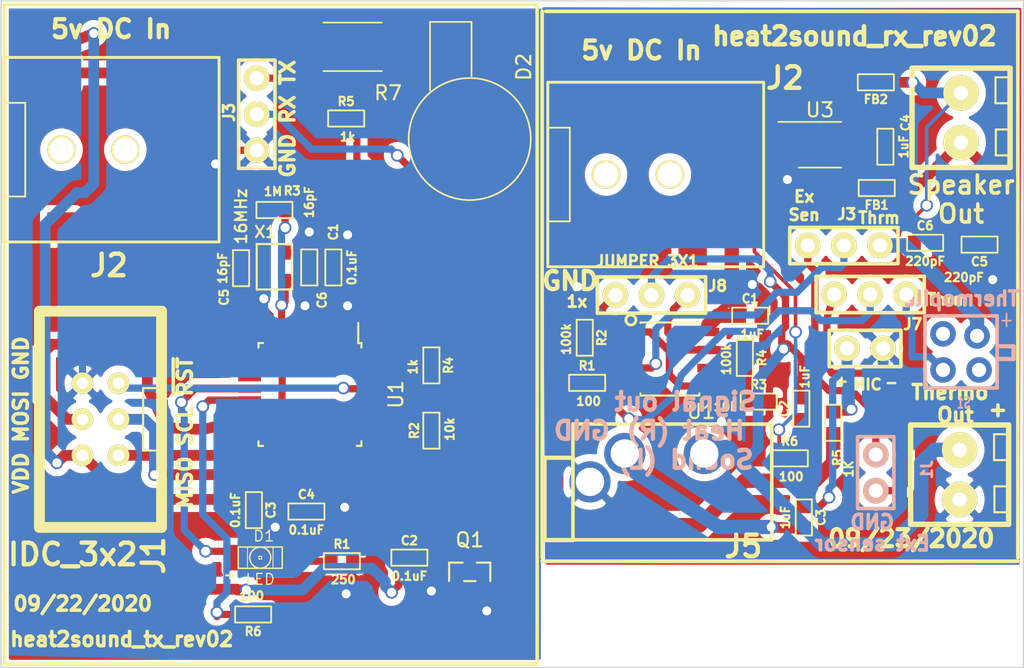
<source format=kicad_pcb>
(kicad_pcb (version 20171130) (host pcbnew 5.1.5-52549c5~86~ubuntu18.04.1)
  (title_block (date "12 jun 2010"))
  (layers (0 Component signal) (31 Copper signal) (34 B.Paste user) (35 F.Paste user) (36 B.SilkS user) (37 F.SilkS user) (38 B.Mask user) (39 F.Mask user) (44 Edge.Cuts user))
  (net 0 "")
  (net 1 GND)
  (net 2 +5V)
  (net 3 "Net-(C4-Pad1)")
  (net 4 "Net-(D1-Pad2)")
  (net 5 "Net-(D1-Pad1)")
  (net 6 "Net-(D2-Pad1)")
  (net 7 "Net-(D2-Pad2)")
  (net 8 MOSI)
  (net 9 ~RESET)
  (net 10 SCLK)
  (net 11 MISO)
  (net 12 "Net-(J3-Pad2)")
  (net 13 "Net-(J3-Pad3)")
  (net 14 "Net-(Q1-Pad1)")
  (net 15 RX)
  (net 16 TX)
  (net 17 PulseOut)
  (net 18 "Net-(C5-Pad1)")
  (net 19 "Net-(C6-Pad1)")
  (net 20 "Net-(C2-Pad2)")
  (net 21 "Net-(C2-Pad1)")
  (net 22 "Net-(C3-Pad2)")
  (net 23 "Net-(C3-Pad1)")
  (net 24 "Net-(FB1-Pad2)")
  (net 25 "Net-(FB2-Pad2)")
  (net 26 "Net-(J1-Pad2)")
  (net 27 "Net-(R3-Pad1)")
  (net 28 "Net-(R6-Pad1)")
  (net 29 +5v)
  (net 30 "Net-(J1-Pad1)")
  (net 31 "Net-(J7-Pad3)")
  (net 32 "Net-(J7-Pad2)")
  (net 33 "Net-(J8-Pad3)")
  (net 34 "Net-(J8-Pad1)")
  (net 35 "Net-(R1-Pad1)")
  (module ted_connectors:TED_IDC_3x2 (layer Component) (at 84 127.5 90)
    (fp_text reference J1 (at -9.6 3.725 90) (layer F.SilkS) (effects (font (size 1.524 1.524) (thickness 0.3048))))
    (fp_text value IDC_3x2 (at -9.525 -1.95 180) (layer F.SilkS) (effects (font (size 1.524 1.524) (thickness 0.3048))))
    (pad 2 thru_hole circle (at -2.54 -1.27 90) (size 1.524 1.524) (drill 0.8128) (layers *.Cu *.Mask F.SilkS) (net 2 +5V))
    (pad 4 thru_hole circle (at 0 -1.27 90) (size 1.524 1.524) (drill 0.8128) (layers *.Cu *.Mask F.SilkS) (net 8 MOSI))
    (pad 6 thru_hole circle (at 2.54 -1.27 90) (size 1.524 1.524) (drill 0.8128) (layers *.Cu *.Mask F.SilkS) (net 1 GND))
    (pad 5 thru_hole circle (at 2.54 1.27 90) (size 1.524 1.524) (drill 0.8128) (layers *.Cu *.Mask F.SilkS) (net 9 ~RESET))
    (pad 3 thru_hole circle (at 0 1.27 90) (size 1.524 1.524) (drill 0.8128) (layers *.Cu *.Mask F.SilkS) (net 10 SCLK))
    (pad 1 thru_hole circle (at -2.54 1.27 90) (size 1.524 1.524) (drill 0.8128) (layers *.Cu *.Mask F.SilkS) (net 11 MISO))
  )
  (module ted_capacitors:TED_SM0603_C (layer Component) (at 93.9 116.84816 270)
    (fp_text reference C5 (at 2.05184 1.2 90) (layer F.SilkS) (effects (font (size 0.6 0.6))))
    (fp_text value 16pF (at 0 1.3 90) (layer F.SilkS) (effects (font (size 0.6 0.6))))
    (pad 1 smd rect (at -0.75184 0 270) (size 0.9 1) (layers Component F.Paste F.Mask) (net 18 "Net-(C5-Pad1)") (clearance 0.1))
    (pad 2 smd rect (at 0.75184 0 270) (size 0.89916 1.00076) (layers Component F.Paste F.Mask) (net 1 GND) (clearance 0.1))
  )
  (module ted_ICs:TQFP-32_7x7mm_Pitch0.8mm (layer Component) (at 98.75 125.75 270)
    (fp_text reference U1 (at 0 -6.05 90) (layer F.SilkS))
    (fp_text value ATMEGA328P-AU)
    (pad 32 smd rect (at -2.8 -4.25) (size 1.6 0.55) (layers Component F.Paste F.Mask))
    (pad 31 smd rect (at -2 -4.25) (size 1.6 0.55) (layers Component F.Paste F.Mask) (net 16 TX))
    (pad 30 smd rect (at -1.2 -4.25) (size 1.6 0.55) (layers Component F.Paste F.Mask) (net 15 RX))
    (pad 29 smd rect (at -0.4 -4.25) (size 1.6 0.55) (layers Component F.Paste F.Mask) (net 9 ~RESET))
    (pad 28 smd rect (at 0.4 -4.25) (size 1.6 0.55) (layers Component F.Paste F.Mask))
    (pad 27 smd rect (at 1.2 -4.25) (size 1.6 0.55) (layers Component F.Paste F.Mask))
    (pad 26 smd rect (at 2 -4.25) (size 1.6 0.55) (layers Component F.Paste F.Mask))
    (pad 25 smd rect (at 2.8 -4.25) (size 1.6 0.55) (layers Component F.Paste F.Mask))
    (pad 24 smd rect (at 4.25 -2.8 270) (size 1.6 0.55) (layers Component F.Paste F.Mask))
    (pad 23 smd rect (at 4.25 -2 270) (size 1.6 0.55) (layers Component F.Paste F.Mask))
    (pad 22 smd rect (at 4.25 -1.2 270) (size 1.6 0.55) (layers Component F.Paste F.Mask))
    (pad 21 smd rect (at 4.25 -0.4 270) (size 1.6 0.55) (layers Component F.Paste F.Mask) (net 1 GND))
    (pad 20 smd rect (at 4.25 0.4 270) (size 1.6 0.55) (layers Component F.Paste F.Mask) (net 3 "Net-(C4-Pad1)"))
    (pad 19 smd rect (at 4.25 1.2 270) (size 1.6 0.55) (layers Component F.Paste F.Mask))
    (pad 18 smd rect (at 4.25 2 270) (size 1.6 0.55) (layers Component F.Paste F.Mask) (net 2 +5V))
    (pad 17 smd rect (at 4.25 2.8 270) (size 1.6 0.55) (layers Component F.Paste F.Mask) (net 10 SCLK))
    (pad 16 smd rect (at 2.8 4.25) (size 1.6 0.55) (layers Component F.Paste F.Mask) (net 11 MISO))
    (pad 15 smd rect (at 2 4.25) (size 1.6 0.55) (layers Component F.Paste F.Mask) (net 8 MOSI))
    (pad 14 smd rect (at 1.2 4.25) (size 1.6 0.55) (layers Component F.Paste F.Mask))
    (pad 13 smd rect (at 0.4 4.25) (size 1.6 0.55) (layers Component F.Paste F.Mask) (net 17 PulseOut))
    (pad 12 smd rect (at -0.4 4.25) (size 1.6 0.55) (layers Component F.Paste F.Mask) (net 5 "Net-(D1-Pad1)"))
    (pad 11 smd rect (at -1.2 4.25) (size 1.6 0.55) (layers Component F.Paste F.Mask))
    (pad 10 smd rect (at -2 4.25) (size 1.6 0.55) (layers Component F.Paste F.Mask))
    (pad 9 smd rect (at -2.8 4.25) (size 1.6 0.55) (layers Component F.Paste F.Mask))
    (pad 8 smd rect (at -4.25 2.8 270) (size 1.6 0.55) (layers Component F.Paste F.Mask) (net 18 "Net-(C5-Pad1)"))
    (pad 7 smd rect (at -4.25 2 270) (size 1.6 0.55) (layers Component F.Paste F.Mask) (net 19 "Net-(C6-Pad1)"))
    (pad 6 smd rect (at -4.25 1.2 270) (size 1.6 0.55) (layers Component F.Paste F.Mask) (net 2 +5V))
    (pad 5 smd rect (at -4.25 0.4 270) (size 1.6 0.55) (layers Component F.Paste F.Mask) (net 1 GND))
    (pad 4 smd rect (at -4.25 -0.4 270) (size 1.6 0.55) (layers Component F.Paste F.Mask) (net 2 +5V))
    (pad 3 smd rect (at -4.25 -1.2 270) (size 1.6 0.55) (layers Component F.Paste F.Mask) (net 1 GND))
    (pad 2 smd rect (at -4.25 -2 270) (size 1.6 0.55) (layers Component F.Paste F.Mask))
    (pad 1 smd rect (at -4.25 -2.8 270) (size 1.6 0.55) (layers Component F.Paste F.Mask))
  )
  (module ted_crystals:crystal_TSX3225 (layer Component) (at 96.25 116.75 90)
    (fp_text reference X1 (at 2.45 -0.65 180) (layer F.SilkS) (effects (font (size 0.8 0.8))))
    (fp_text value 16MHz (at 3.55 -2.35 90) (layer F.SilkS) (effects (font (size 0.8 0.8))))
    (pad 3 smd rect (at 1 -0.75 90) (size 1 0.8) (layers Component F.Paste F.Mask) (net 18 "Net-(C5-Pad1)"))
    (pad 4 smd rect (at -1 -0.75 90) (size 1 0.8) (layers Component F.Paste F.Mask) (net 1 GND))
    (pad 2 smd rect (at 1 0.75 90) (size 1 0.8) (layers Component F.Paste F.Mask) (net 1 GND))
    (pad 1 smd rect (at -1 0.75 90) (size 1 0.8) (layers Component F.Paste F.Mask) (net 19 "Net-(C6-Pad1)"))
  )
  (module ted_resistors:TED_R_2512_6332Metric (layer Component) (at 101.75 101.25)
    (fp_text reference R7 (at 2.5 3.25) (layer F.SilkS))
    (fp_text value 10)
    (pad 2 smd roundrect (at 2.9 0) (size 2 3.35) (layers Component F.Paste F.Mask) (roundrect_rratio 0.185) (net 6 "Net-(D2-Pad1)"))
    (pad 1 smd roundrect (at -2.9 0) (size 2 3.35) (layers Component F.Paste F.Mask) (roundrect_rratio 0.185) (net 2 +5V))
  )
  (module ted_resistors:TED_SM0603_R (layer Component) (at 94.75 141.25 180)
    (fp_text reference R6 (at 0 -1.2) (layer F.SilkS) (effects (font (size 0.6 0.6))))
    (fp_text value 100 (at 0.1 1.3) (layer F.SilkS) (effects (font (size 0.6 0.6))))
    (pad 1 smd rect (at -0.75184 0 180) (size 0.89916 1.00076) (layers Component F.Paste F.Mask) (net 14 "Net-(Q1-Pad1)") (clearance 0.1))
    (pad 2 smd rect (at 0.75184 0 180) (size 0.89916 1.00076) (layers Component F.Paste F.Mask) (net 17 PulseOut) (clearance 0.1))
  )
  (module ted_resistors:TED_SM0603_R (layer Component) (at 101.3 106.3)
    (fp_text reference R5 (at 0 -1.2) (layer F.SilkS) (effects (font (size 0.6 0.6))))
    (fp_text value 1k (at 0.1 1.3) (layer F.SilkS) (effects (font (size 0.6 0.6))))
    (pad 1 smd rect (at -0.75184 0) (size 0.89916 1.00076) (layers Component F.Paste F.Mask) (net 13 "Net-(J3-Pad3)") (clearance 0.1))
    (pad 2 smd rect (at 0.75184 0) (size 0.89916 1.00076) (layers Component F.Paste F.Mask) (net 16 TX) (clearance 0.1))
  )
  (module ted_resistors:TED_SM0603_R (layer Component) (at 107.3 123.7 270)
    (fp_text reference R4 (at 0 -1.2 90) (layer F.SilkS) (effects (font (size 0.6 0.6))))
    (fp_text value 1k (at 0.1 1.3 90) (layer F.SilkS) (effects (font (size 0.6 0.6))))
    (pad 1 smd rect (at -0.75184 0 270) (size 0.89916 1.00076) (layers Component F.Paste F.Mask) (net 12 "Net-(J3-Pad2)") (clearance 0.1))
    (pad 2 smd rect (at 0.75184 0 270) (size 0.89916 1.00076) (layers Component F.Paste F.Mask) (net 15 RX) (clearance 0.1))
  )
  (module ted_resistors:TED_SM0603_R (layer Component) (at 96.25 112.75 180)
    (fp_text reference R3 (at -1.25 1.35) (layer F.SilkS) (effects (font (size 0.6 0.6))))
    (fp_text value 1M (at 0.1 1.3) (layer F.SilkS) (effects (font (size 0.6 0.6))))
    (pad 1 smd rect (at -0.75184 0 180) (size 0.89916 1.00076) (layers Component F.Paste F.Mask) (net 19 "Net-(C6-Pad1)") (clearance 0.1))
    (pad 2 smd rect (at 0.75184 0 180) (size 0.89916 1.00076) (layers Component F.Paste F.Mask) (net 18 "Net-(C5-Pad1)") (clearance 0.1))
  )
  (module ted_resistors:TED_SM0603_R (layer Component) (at 107.3 128.3 90)
    (fp_text reference R2 (at 0 -1.2 90) (layer F.SilkS) (effects (font (size 0.6 0.6))))
    (fp_text value 10k (at 0.1 1.3 90) (layer F.SilkS) (effects (font (size 0.6 0.6))))
    (pad 1 smd rect (at -0.75184 0 90) (size 0.89916 1.00076) (layers Component F.Paste F.Mask) (net 2 +5V) (clearance 0.1))
    (pad 2 smd rect (at 0.75184 0 90) (size 0.89916 1.00076) (layers Component F.Paste F.Mask) (net 9 ~RESET) (clearance 0.1))
  )
  (module ted_resistors:TED_SM0603_R (layer Component) (at 101 137.5)
    (fp_text reference R1 (at 0 -1.2) (layer F.SilkS) (effects (font (size 0.6 0.6))))
    (fp_text value 250 (at 0.1 1.3) (layer F.SilkS) (effects (font (size 0.6 0.6))))
    (pad 1 smd rect (at -0.75184 0) (size 0.89916 1.00076) (layers Component F.Paste F.Mask) (net 4 "Net-(D1-Pad2)") (clearance 0.1))
    (pad 2 smd rect (at 0.75184 0) (size 0.89916 1.00076) (layers Component F.Paste F.Mask) (net 1 GND) (clearance 0.1))
  )
  (module ted_transistors:TED_SOT-23 (layer Component) (at 110 138.25)
    (fp_text reference Q1 (at 0 -2.25) (layer F.SilkS))
    (fp_text value NMOSFET_GSD hide)
    (pad 3 smd rect (at 0 -1) (size 0.8001 0.8001) (layers Component F.Paste F.Mask) (net 7 "Net-(D2-Pad2)"))
    (pad 2 smd rect (at 0.95 1) (size 0.8001 0.8001) (layers Component F.Paste F.Mask) (net 1 GND))
    (pad 1 smd rect (at -0.95 1) (size 0.8001 0.8001) (layers Component F.Paste F.Mask) (net 14 "Net-(Q1-Pad1)"))
  )
  (module ted_connectors:TED_HEADER_3x1 (layer Component) (at 95 106 90)
    (fp_text reference J3 (at 0.125 -1.95 90) (layer F.SilkS) (effects (font (size 0.762 0.762) (thickness 0.1905))))
    (fp_text value HEADER_3X1 hide)
    (pad 1 thru_hole circle (at -2.54 0 90) (size 1.8 1.8) (drill 1) (layers *.Cu *.Mask F.SilkS) (net 1 GND))
    (pad 2 thru_hole circle (at 0 0 90) (size 1.8 1.8) (drill 1) (layers *.Cu *.Mask F.SilkS) (net 12 "Net-(J3-Pad2)"))
    (pad 3 thru_hole circle (at 2.54 0 90) (size 1.8 1.8) (drill 1) (layers *.Cu *.Mask F.SilkS) (net 13 "Net-(J3-Pad3)"))
  )
  (module ted_connectors:TED_2.1mm_DC_SMD (layer Component) (at 84.75 108.5 180)
    (fp_text reference J2 (at 0.15748 -8.15848) (layer F.SilkS) (effects (font (size 1.524 1.524) (thickness 0.3048))))
    (fp_text value DC_2.1mm hide)
    (pad "" np_thru_hole circle (at 3.50012 0 180) (size 1.99898 1.99898) (drill 1.69926) (layers *.Cu *.Mask F.SilkS))
    (pad 3 smd rect (at -2.60096 -5.41528 180) (size 1.99898 1.99898) (layers Component F.Paste F.Mask))
    (pad 2 smd rect (at 3.50012 -5.41528 180) (size 1.99898 1.99898) (layers Component F.Paste F.Mask) (net 1 GND))
    (pad 1 smd rect (at -2.60096 5.4102 180) (size 1.99898 1.99898) (layers Component F.Paste F.Mask) (net 2 +5V))
    (pad 1 smd rect (at 3.50012 5.4102 180) (size 1.99898 1.99898) (layers Component F.Paste F.Mask) (net 2 +5V))
    (pad "" np_thru_hole circle (at -1.00076 0 180) (size 1.99898 1.99898) (drill 1.69926) (layers *.Cu *.Mask F.SilkS))
  )
  (module LED_SMD:LED_1W_3W_R8 (layer Component) (at 110 107.75 270)
    (fp_text reference D2 (at -5.08 -3.81 90) (layer F.SilkS))
    (fp_text value LED)
    (pad 3 smd circle (at 0 0 270) (size 5.7 5.7) (layers Component F.Paste F.Mask))
    (pad 1 smd rect (at -6.35 1.35 270) (size 3.5 2.7) (layers Component F.Paste F.Mask) (net 6 "Net-(D2-Pad1)"))
    (pad 2 smd rect (at 6.35 -1.35 270) (size 3.5 2.7) (layers Component F.Paste F.Mask) (net 7 "Net-(D2-Pad2)"))
  )
  (module ted_led:TED_LED-1206 (layer Component) (at 95.25 137.25)
    (fp_text reference D1 (at 0.254 -1.524) (layer F.SilkS) (effects (font (size 0.762 0.762) (thickness 0.0889))))
    (fp_text value LED (at 0 1.524) (layer F.SilkS) (effects (font (size 0.762 0.762) (thickness 0.0889))))
    (pad 2 smd rect (at 1.41986 0) (size 1.59766 1.80086) (layers Component F.Paste F.Mask) (net 4 "Net-(D1-Pad2)"))
    (pad 1 smd rect (at -1.41986 0) (size 1.59766 1.80086) (layers Component F.Paste F.Mask) (net 5 "Net-(D1-Pad1)"))
  )
  (module ted_capacitors:TED_SM0603_C (layer Component) (at 98.5 134)
    (fp_text reference C4 (at 0 -1.2) (layer F.SilkS) (effects (font (size 0.6 0.6))))
    (fp_text value 0.1uF (at 0 1.3) (layer F.SilkS) (effects (font (size 0.6 0.6))))
    (pad 1 smd rect (at -0.75184 0) (size 0.9 1) (layers Component F.Paste F.Mask) (net 3 "Net-(C4-Pad1)") (clearance 0.1))
    (pad 2 smd rect (at 0.75184 0) (size 0.89916 1.00076) (layers Component F.Paste F.Mask) (net 1 GND) (clearance 0.1))
  )
  (module ted_capacitors:TED_SM0603_C (layer Component) (at 94.8 133.9 270)
    (fp_text reference C3 (at 0 -1.2 90) (layer F.SilkS) (effects (font (size 0.6 0.6))))
    (fp_text value 0.1uF (at 0 1.3 90) (layer F.SilkS) (effects (font (size 0.6 0.6))))
    (pad 1 smd rect (at -0.75184 0 270) (size 0.9 1) (layers Component F.Paste F.Mask) (net 2 +5V) (clearance 0.1))
    (pad 2 smd rect (at 0.75184 0 270) (size 0.89916 1.00076) (layers Component F.Paste F.Mask) (net 1 GND) (clearance 0.1))
  )
  (module ted_capacitors:TED_SM0603_C (layer Component) (at 105.75 137.25)
    (fp_text reference C2 (at 0 -1.2) (layer F.SilkS) (effects (font (size 0.6 0.6))))
    (fp_text value 0.1uF (at 0 1.3) (layer F.SilkS) (effects (font (size 0.6 0.6))))
    (pad 1 smd rect (at -0.75184 0) (size 0.9 1) (layers Component F.Paste F.Mask) (net 2 +5V) (clearance 0.1))
    (pad 2 smd rect (at 0.75184 0) (size 0.89916 1.00076) (layers Component F.Paste F.Mask) (net 1 GND) (clearance 0.1))
  )
  (module ted_capacitors:TED_SM0603_C (layer Component) (at 100.4 116.8 90)
    (fp_text reference C1 (at 2.5 0 90) (layer F.SilkS) (effects (font (size 0.6 0.6))))
    (fp_text value 0.1uF (at 0 1.3 90) (layer F.SilkS) (effects (font (size 0.6 0.6))))
    (pad 1 smd rect (at -0.75184 0 90) (size 0.9 1) (layers Component F.Paste F.Mask) (net 2 +5V) (clearance 0.1))
    (pad 2 smd rect (at 0.75184 0 90) (size 0.89916 1.00076) (layers Component F.Paste F.Mask) (net 1 GND) (clearance 0.1))
  )
  (module ted_capacitors:TED_SM0603_C (layer Component) (at 98.7 116.8 90)
    (fp_text reference C6 (at -2.3 0.9 90) (layer F.SilkS) (effects (font (size 0.6 0.6))))
    (fp_text value 16pF (at 4.6 0 90) (layer F.SilkS) (effects (font (size 0.6 0.6))))
    (pad 2 smd rect (at 0.75184 0 90) (size 0.89916 1.00076) (layers Component F.Paste F.Mask) (net 1 GND) (clearance 0.1))
    (pad 1 smd rect (at -0.75184 0 90) (size 0.9 1) (layers Component F.Paste F.Mask) (net 19 "Net-(C6-Pad1)") (clearance 0.1))
  )
  (module ted_connectors:TED_3.5_Stereo_STX-3150-3N-1 (layer Component) (at 124.27 131.91)
    (fp_text reference J5 (at 5 4.55) (layer F.SilkS) (effects (font (size 1.524 1.524) (thickness 0.3048))))
    (fp_text value 3.5_STEREO hide)
    (pad 2 thru_hole circle (at 2.25 -2) (size 2.9 2.9) (drill 2) (layers *.Cu *.Mask) (net 20 "Net-(C2-Pad2)"))
    (pad 3 thru_hole circle (at -3.35 -2) (size 2.9 2.9) (drill 2) (layers *.Cu *.Mask) (net 22 "Net-(C3-Pad2)"))
    (pad 1 thru_hole circle (at -5.8 0) (size 2.9 2.9) (drill 2) (layers *.Cu *.Mask) (net 1 GND))
  )
  (module Package_SO:MSOP-8_3x3mm_P0.65mm (layer Component) (at 134.66 108.15)
    (fp_text reference U3 (at 0 -2.45) (layer F.SilkS))
    (fp_text value PAM8302A)
    (pad 1 smd roundrect (at -2.1125 -0.975) (size 1.625 0.5) (layers Component F.Paste F.Mask) (net 29 +5v))
    (pad 2 smd roundrect (at -2.1125 -0.325) (size 1.625 0.5) (layers Component F.Paste F.Mask))
    (pad 3 smd roundrect (at -2.1125 0.325) (size 1.625 0.5) (layers Component F.Paste F.Mask) (net 28 "Net-(R6-Pad1)"))
    (pad 4 smd roundrect (at -2.1125 0.975) (size 1.625 0.5) (layers Component F.Paste F.Mask) (net 1 GND))
    (pad 5 smd roundrect (at 2.1125 0.975) (size 1.625 0.5) (layers Component F.Paste F.Mask) (net 24 "Net-(FB1-Pad2)"))
    (pad 6 smd roundrect (at 2.1125 0.325) (size 1.625 0.5) (layers Component F.Paste F.Mask) (net 29 +5v))
    (pad 7 smd roundrect (at 2.1125 -0.325) (size 1.625 0.5) (layers Component F.Paste F.Mask))
    (pad 8 smd roundrect (at 2.1125 -0.975) (size 1.625 0.5) (layers Component F.Paste F.Mask) (net 25 "Net-(FB2-Pad2)"))
  )
  (module ted_connectors:TED_HEADER_2x1 (layer Component) (at 137.85 122.5)
    (fp_text reference U2 (at 0.2 -3.597) (layer F.SilkS) (effects (font (size 0.762 0.762) (thickness 0.1905))))
    (fp_text value MIC (at 0.15 2.55) (layer F.SilkS) (effects (font (size 0.762 0.762) (thickness 0.1905))))
    (pad 2 thru_hole circle (at 1.25984 0) (size 1.8 1.8) (drill 1) (layers *.Cu *.Mask F.SilkS) (net 1 GND))
    (pad 1 thru_hole circle (at -1.28016 0) (size 1.8 1.8) (drill 1) (layers *.Cu *.Mask F.SilkS) (net 23 "Net-(C3-Pad1)"))
  )
  (module ted_connectors:TED_HEADER_2x1 (layer Copper) (at 138.6 131.25 90)
    (fp_text reference J1 (at 0.2 3.597 90) (layer B.SilkS) (effects (font (size 0.762 0.762) (thickness 0.1905)) (justify mirror)))
    (fp_text value TERMINAL_3.5MM_PCB_2PIN hide)
    (pad 2 thru_hole circle (at 1.25984 0 90) (size 1.8 1.8) (drill 1) (layers *.Cu *.Mask B.SilkS) (net 26 "Net-(J1-Pad2)"))
    (pad 1 thru_hole circle (at -1.28016 0 90) (size 1.8 1.8) (drill 1) (layers *.Cu *.Mask B.SilkS) (net 30 "Net-(J1-Pad1)"))
  )
  (module ted_capacitors:TED_SM0603_C (layer Component) (at 129.75 120.2)
    (fp_text reference C1 (at 0 -1.2) (layer F.SilkS) (effects (font (size 0.6 0.6))))
    (fp_text value .1uF (at 0 1.3) (layer F.SilkS) (effects (font (size 0.6 0.6))))
    (pad 1 smd rect (at -0.75184 0) (size 0.9 1) (layers Component F.Paste F.Mask) (net 29 +5v) (clearance 0.1))
    (pad 2 smd rect (at 0.75184 0) (size 0.89916 1.00076) (layers Component F.Paste F.Mask) (net 1 GND) (clearance 0.1))
  )
  (module ted_capacitors:TED_SM0603_C (layer Component) (at 133.35 126.75 90)
    (fp_text reference C2 (at 0 -1.2 90) (layer F.SilkS) (effects (font (size 0.6 0.6))))
    (fp_text value 1uF (at 2.25 0.25 90) (layer F.SilkS) (effects (font (size 0.6 0.6))))
    (pad 2 smd rect (at 0.75184 0 90) (size 0.89916 1.00076) (layers Component F.Paste F.Mask) (net 20 "Net-(C2-Pad2)") (clearance 0.1))
    (pad 1 smd rect (at -0.75184 0 90) (size 0.9 1) (layers Component F.Paste F.Mask) (net 21 "Net-(C2-Pad1)") (clearance 0.1))
  )
  (module ted_capacitors:TED_SM0603_C (layer Component) (at 133.53 134.41816 270)
    (fp_text reference C3 (at 0 -1.2 90) (layer F.SilkS) (effects (font (size 0.6 0.6))))
    (fp_text value 1uF (at 0 1.3 90) (layer F.SilkS) (effects (font (size 0.6 0.6))))
    (pad 2 smd rect (at 0.75184 0 270) (size 0.89916 1.00076) (layers Component F.Paste F.Mask) (net 22 "Net-(C3-Pad2)") (clearance 0.1))
    (pad 1 smd rect (at -0.75184 0 270) (size 0.9 1) (layers Component F.Paste F.Mask) (net 23 "Net-(C3-Pad1)") (clearance 0.1))
  )
  (module ted_capacitors:TED_SM0603_C (layer Component) (at 139.27 108.29 90)
    (fp_text reference C4 (at 1.69 1.43 90) (layer F.SilkS) (effects (font (size 0.6 0.6))))
    (fp_text value 1uF (at 0 1.3 90) (layer F.SilkS) (effects (font (size 0.6 0.6))))
    (pad 1 smd rect (at -0.75184 0 90) (size 0.9 1) (layers Component F.Paste F.Mask) (net 29 +5v) (clearance 0.1))
    (pad 2 smd rect (at 0.75184 0 90) (size 0.89916 1.00076) (layers Component F.Paste F.Mask) (net 1 GND) (clearance 0.1))
  )
  (module ted_capacitors:TED_SM0603_C (layer Component) (at 145.90184 115.19 180)
    (fp_text reference C5 (at 0 -1.2) (layer F.SilkS) (effects (font (size 0.6 0.6))))
    (fp_text value 220pF (at 1.10184 -2.31) (layer F.SilkS) (effects (font (size 0.6 0.6))))
    (pad 2 smd rect (at 0.75184 0 180) (size 0.89916 1.00076) (layers Component F.Paste F.Mask) (net 1 GND) (clearance 0.1))
    (pad 1 smd rect (at -0.75184 0 180) (size 0.9 1) (layers Component F.Paste F.Mask) (net 18 "Net-(C5-Pad1)") (clearance 0.1))
  )
  (module ted_capacitors:TED_SM0603_C (layer Component) (at 142.07 115.06)
    (fp_text reference C6 (at 0 -1.2) (layer F.SilkS) (effects (font (size 0.6 0.6))))
    (fp_text value 220pF (at 0 1.3) (layer F.SilkS) (effects (font (size 0.6 0.6))))
    (pad 1 smd rect (at -0.75184 0) (size 0.9 1) (layers Component F.Paste F.Mask) (net 19 "Net-(C6-Pad1)") (clearance 0.1))
    (pad 2 smd rect (at 0.75184 0) (size 0.89916 1.00076) (layers Component F.Paste F.Mask) (net 1 GND) (clearance 0.1))
  )
  (module ted_resistors:TED_SM0603_R (layer Component) (at 138.66184 111.2 180)
    (fp_text reference FB1 (at 0 -1.2) (layer F.SilkS) (effects (font (size 0.6 0.6))))
    (fp_text value ferrite_bead hide)
    (pad 1 smd rect (at -0.75184 0 180) (size 0.89916 1.00076) (layers Component F.Paste F.Mask) (net 18 "Net-(C5-Pad1)") (clearance 0.1))
    (pad 2 smd rect (at 0.75184 0 180) (size 0.89916 1.00076) (layers Component F.Paste F.Mask) (net 24 "Net-(FB1-Pad2)") (clearance 0.1))
  )
  (module ted_resistors:TED_SM0603_R (layer Component) (at 138.60184 103.75 180)
    (fp_text reference FB2 (at 0 -1.2) (layer F.SilkS) (effects (font (size 0.6 0.6))))
    (fp_text value ferrite_bead hide)
    (pad 2 smd rect (at 0.75184 0 180) (size 0.89916 1.00076) (layers Component F.Paste F.Mask) (net 25 "Net-(FB2-Pad2)") (clearance 0.1))
    (pad 1 smd rect (at -0.75184 0 180) (size 0.89916 1.00076) (layers Component F.Paste F.Mask) (net 19 "Net-(C6-Pad1)") (clearance 0.1))
  )
  (module ted_connectors:TED_2.1mm_DC_SMD (layer Component) (at 123.1 110.25 180)
    (fp_text reference J2 (at -9.1 6.8) (layer F.SilkS) (effects (font (size 1.524 1.524) (thickness 0.3048))))
    (fp_text value DC_2.1mm hide)
    (pad "" np_thru_hole circle (at -1.00076 0 180) (size 1.99898 1.99898) (drill 1.69926) (layers *.Cu *.Mask F.SilkS))
    (pad 1 smd rect (at 3.50012 5.4102 180) (size 1.99898 1.99898) (layers Component F.Paste F.Mask) (net 29 +5v))
    (pad 1 smd rect (at -2.60096 5.4102 180) (size 1.99898 1.99898) (layers Component F.Paste F.Mask) (net 29 +5v))
    (pad 2 smd rect (at 3.50012 -5.41528 180) (size 1.99898 1.99898) (layers Component F.Paste F.Mask) (net 1 GND))
    (pad 3 smd rect (at -2.60096 -5.41528 180) (size 1.99898 1.99898) (layers Component F.Paste F.Mask))
    (pad "" np_thru_hole circle (at 3.50012 0 180) (size 1.99898 1.99898) (drill 1.69926) (layers *.Cu *.Mask F.SilkS))
  )
  (module ted_connectors:TED_HEADER_3x1 (layer Component) (at 136.35 115.25)
    (fp_text reference J3 (at 0.2 -2.2) (layer F.SilkS) (effects (font (size 0.762 0.762) (thickness 0.1905))))
    (fp_text value JUMPER_3X1 hide)
    (pad 3 thru_hole circle (at 2.54 0) (size 1.8 1.8) (drill 1) (layers *.Cu *.Mask F.SilkS) (net 13 "Net-(J3-Pad3)"))
    (pad 2 thru_hole circle (at 0 0) (size 1.8 1.8) (drill 1) (layers *.Cu *.Mask F.SilkS) (net 12 "Net-(J3-Pad2)"))
    (pad 1 thru_hole circle (at -2.54 0) (size 1.8 1.8) (drill 1) (layers *.Cu *.Mask F.SilkS) (net 26 "Net-(J1-Pad2)"))
  )
  (module ted_connectors:TED_TERMINAL_3.5MM_2PIN (layer Component) (at 144.5 131.4 270)
    (fp_text reference J4 hide)
    (fp_text value TERMINAL_3.5MM_PCB_2PIN hide)
    (pad 1 thru_hole circle (at -1.75006 0 270) (size 2.5 2.5) (drill 1) (layers *.Cu *.Mask F.SilkS) (net 20 "Net-(C2-Pad2)") (clearance 0.5))
    (pad 2 thru_hole circle (at 1.75006 0 270) (size 2.5 2.5) (drill 1) (layers *.Cu *.Mask F.SilkS) (net 1 GND) (clearance 0.5))
  )
  (module ted_connectors:TED_TERMINAL_3.5MM_2PIN (layer Component) (at 144.6 106.25 270)
    (fp_text reference J6 hide)
    (fp_text value TERMINAL_3.5MM_PCB_2PIN hide)
    (pad 1 thru_hole circle (at -1.75006 0 270) (size 2.5 2.5) (drill 1) (layers *.Cu *.Mask F.SilkS) (net 19 "Net-(C6-Pad1)") (clearance 0.5))
    (pad 2 thru_hole circle (at 1.75006 0 270) (size 2.5 2.5) (drill 1) (layers *.Cu *.Mask F.SilkS) (net 18 "Net-(C5-Pad1)") (clearance 0.5))
  )
  (module ted_resistors:TED_SM0603_R (layer Component) (at 118.27 124.93)
    (fp_text reference R1 (at 0 -1.2) (layer F.SilkS) (effects (font (size 0.6 0.6))))
    (fp_text value 100 (at 0.1 1.3) (layer F.SilkS) (effects (font (size 0.6 0.6))))
    (pad 2 smd rect (at 0.75184 0) (size 0.89916 1.00076) (layers Component F.Paste F.Mask) (net 32 "Net-(J7-Pad2)") (clearance 0.1))
    (pad 1 smd rect (at -0.75184 0) (size 0.89916 1.00076) (layers Component F.Paste F.Mask) (net 35 "Net-(R1-Pad1)") (clearance 0.1))
  )
  (module ted_resistors:TED_SM0603_R (layer Component) (at 118.1 121.75 270)
    (fp_text reference R2 (at 0 -1.2 90) (layer F.SilkS) (effects (font (size 0.6 0.6))))
    (fp_text value 100k (at 0.1 1.3 90) (layer F.SilkS) (effects (font (size 0.6 0.6))))
    (pad 2 smd rect (at 0.75184 0 270) (size 0.89916 1.00076) (layers Component F.Paste F.Mask) (net 35 "Net-(R1-Pad1)") (clearance 0.1))
    (pad 1 smd rect (at -0.75184 0 270) (size 0.89916 1.00076) (layers Component F.Paste F.Mask) (net 33 "Net-(J8-Pad3)") (clearance 0.1))
  )
  (module ted_resistors:TED_SM0603_R (layer Component) (at 130.35 126.25)
    (fp_text reference R3 (at 0 -1.2) (layer F.SilkS) (effects (font (size 0.6 0.6))))
    (fp_text value 10k (at -2.35 0.35) (layer F.SilkS) (effects (font (size 0.6 0.6))))
    (pad 2 smd rect (at 0.75184 0) (size 0.89916 1.00076) (layers Component F.Paste F.Mask) (net 1 GND) (clearance 0.1))
    (pad 1 smd rect (at -0.75184 0) (size 0.89916 1.00076) (layers Component F.Paste F.Mask) (net 27 "Net-(R3-Pad1)") (clearance 0.1))
  )
  (module ted_resistors:TED_SM0603_R (layer Component) (at 129.375 123.175 270)
    (fp_text reference R4 (at 0 -1.2 90) (layer F.SilkS) (effects (font (size 0.6 0.6))))
    (fp_text value 100k (at 0.1 1.3 90) (layer F.SilkS) (effects (font (size 0.6 0.6))))
    (pad 1 smd rect (at -0.75184 0 270) (size 0.89916 1.00076) (layers Component F.Paste F.Mask) (net 34 "Net-(J8-Pad1)") (clearance 0.1))
    (pad 2 smd rect (at 0.75184 0 270) (size 0.89916 1.00076) (layers Component F.Paste F.Mask) (net 27 "Net-(R3-Pad1)") (clearance 0.1))
  )
  (module ted_resistors:TED_SM0603_R (layer Component) (at 135.6 127.74816 90)
    (fp_text reference R5 (at -2.45184 0.3 90) (layer F.SilkS) (effects (font (size 0.6 0.6))))
    (fp_text value 1K (at -3.25184 1.1 90) (layer F.SilkS) (effects (font (size 0.6 0.6))))
    (pad 1 smd rect (at -0.75184 0 90) (size 0.89916 1.00076) (layers Component F.Paste F.Mask) (net 29 +5v) (clearance 0.1))
    (pad 2 smd rect (at 0.75184 0 90) (size 0.89916 1.00076) (layers Component F.Paste F.Mask) (net 23 "Net-(C3-Pad1)") (clearance 0.1))
  )
  (module ted_resistors:TED_SM0603_R (layer Component) (at 132.54184 130.25)
    (fp_text reference R6 (at 0 -1.2) (layer F.SilkS) (effects (font (size 0.6 0.6))))
    (fp_text value 100 (at 0.1 1.3) (layer F.SilkS) (effects (font (size 0.6 0.6))))
    (pad 1 smd rect (at -0.75184 0) (size 0.89916 1.00076) (layers Component F.Paste F.Mask) (net 28 "Net-(R6-Pad1)") (clearance 0.1))
    (pad 2 smd rect (at 0.75184 0) (size 0.89916 1.00076) (layers Component F.Paste F.Mask) (net 21 "Net-(C2-Pad1)") (clearance 0.1))
  )
  (module ted_ICs:SOIC-8 (layer Component) (at 124.1 123.25)
    (fp_text reference U1 (at 2.2 3.7) (layer F.SilkS))
    (fp_text value MCP6V02)
    (pad 1 smd rect (at -2.7 -1.905) (size 1.55 0.6) (layers Component F.Paste F.Mask) (net 33 "Net-(J8-Pad3)"))
    (pad 2 smd rect (at -2.7 -0.635) (size 1.55 0.6) (layers Component F.Paste F.Mask) (net 35 "Net-(R1-Pad1)"))
    (pad 3 smd rect (at -2.7 0.635) (size 1.55 0.6) (layers Component F.Paste F.Mask) (net 12 "Net-(J3-Pad2)"))
    (pad 4 smd rect (at -2.7 1.905) (size 1.55 0.6) (layers Component F.Paste F.Mask) (net 1 GND))
    (pad 5 smd rect (at 2.7 1.905) (size 1.55 0.6) (layers Component F.Paste F.Mask) (net 33 "Net-(J8-Pad3)"))
    (pad 6 smd rect (at 2.7 0.635) (size 1.55 0.6) (layers Component F.Paste F.Mask) (net 27 "Net-(R3-Pad1)"))
    (pad 7 smd rect (at 2.7 -0.635) (size 1.55 0.6) (layers Component F.Paste F.Mask) (net 34 "Net-(J8-Pad1)"))
    (pad 8 smd rect (at 2.7 -1.905) (size 1.55 0.6) (layers Component F.Paste F.Mask) (net 29 +5v))
  )
  (module ted_connectors:TED_HEADER_2x2_THERMO (layer Copper) (at 144.6 122.75)
    (fp_text reference S1 (at 0.2 3.597) (layer B.SilkS) (effects (font (size 0.762 0.5) (thickness 0.125)) (justify mirror)))
    (fp_text value THERMOPILE_MLX90247 hide)
    (pad 4 thru_hole circle (at 1.27 1.27) (size 1.8 1.8) (drill 1) (layers *.Cu *.Mask))
    (pad 3 thru_hole circle (at -1.27 1.27) (size 1.8 1.8) (drill 1) (layers *.Cu *.Mask) (net 31 "Net-(J7-Pad3)"))
    (pad 2 thru_hole circle (at -1.27 -1.27) (size 1.8 1.8) (drill 1) (layers *.Cu *.Mask))
    (pad 1 thru_hole circle (at 1.127 -1.127) (size 1.8 1.8) (drill 1) (layers *.Cu *.Mask) (net 13 "Net-(J3-Pad3)"))
  )
  (module ted_connectors:TED_HEADER_3x1 (layer Component) (at 138.2 118.7)
    (fp_text reference J7 (at 3 2.1) (layer F.SilkS) (effects (font (size 0.762 0.762) (thickness 0.1905))))
    (fp_text value JUMPER_3X1 hide)
    (pad 3 thru_hole circle (at 2.54 0) (size 1.8 1.8) (drill 1) (layers *.Cu *.Mask F.SilkS) (net 31 "Net-(J7-Pad3)"))
    (pad 2 thru_hole circle (at 0 0) (size 1.8 1.8) (drill 1) (layers *.Cu *.Mask F.SilkS) (net 32 "Net-(J7-Pad2)"))
    (pad 1 thru_hole circle (at -2.54 0) (size 1.8 1.8) (drill 1) (layers *.Cu *.Mask F.SilkS) (net 30 "Net-(J1-Pad1)"))
  )
  (module ted_connectors:TED_HEADER_3x1 (layer Component) (at 122.8 118.75 180)
    (fp_text reference J8 (at -4.65 0.65) (layer F.SilkS) (effects (font (size 0.762 0.762) (thickness 0.1905))))
    (fp_text value JUMPER_3X1 (at 0.3 2.4) (layer F.SilkS) (effects (font (size 0.762 0.762) (thickness 0.1905))))
    (pad 3 thru_hole circle (at 2.54 0 180) (size 1.8 1.8) (drill 1) (layers *.Cu *.Mask F.SilkS) (net 33 "Net-(J8-Pad3)"))
    (pad 2 thru_hole circle (at 0 0 180) (size 1.8 1.8) (drill 1) (layers *.Cu *.Mask F.SilkS) (net 20 "Net-(C2-Pad2)"))
    (pad 1 thru_hole circle (at -2.54 0 180) (size 1.8 1.8) (drill 1) (layers *.Cu *.Mask F.SilkS) (net 34 "Net-(J8-Pad1)"))
  )
  (gr_text "MISO SCL ~RST~" (at 89.95 128.45 90) (layer F.SilkS) (effects (font (size 1 1) (thickness 0.25))))
  (gr_text "GND RX TX" (at 97.175 106.325 90) (layer F.SilkS) (effects (font (size 1 1) (thickness 0.25))))
  (gr_text "VDD MOSI GND" (at 78.4 127.2 90) (layer F.SilkS) (effects (font (size 1 1) (thickness 0.25))))
  (gr_line (start 77.25 144.75) (end 77.25 98.25) (layer F.SilkS) (width 0.254))
  (gr_line (start 114.75 144.75) (end 77.25 144.75) (layer F.SilkS) (width 0.254))
  (gr_line (start 114.75 98.25) (end 114.75 144.75) (layer F.SilkS) (width 0.254))
  (gr_line (start 77.25 98.25) (end 114.75 98.25) (layer F.SilkS) (width 0.254))
  (gr_text 09/22/2020 (at 82.75 140.5) (layer F.SilkS) (effects (font (size 1 1) (thickness 0.25))))
  (gr_text heat2sound_tx_rev02 (at 85.5 143) (layer F.SilkS) (effects (font (size 1 1) (thickness 0.25))))
  (gr_line (start 77 145) (end 77 98) (layer Edge.Cuts) (width 0.09906))
  (gr_line (start 149 145) (end 77 145) (layer Edge.Cuts) (width 0.09906))
  (gr_line (start 149 98) (end 149 145) (layer Edge.Cuts) (width 0.09906))
  (gr_line (start 77 98) (end 149 98) (layer Edge.Cuts) (width 0.09906))
  (gr_text "5v DC In" (at 84.75 100) (layer F.SilkS) (effects (font (size 1.27 1.27) (thickness 0.3048))))
  (gr_text Thrm (at 138.825 113.3) (layer F.SilkS) (effects (font (size 0.8 0.8) (thickness 0.2))))
  (gr_text Thrm (at 143.65 119.05) (layer F.SilkS) (effects (font (size 0.8 0.8) (thickness 0.2))))
  (gr_text "Ex\nSen" (at 133.55 112.45) (layer F.SilkS) (effects (font (size 0.8 0.8) (thickness 0.2))))
  (gr_text 1x (at 117.55 119.2) (layer F.SilkS) (effects (font (size 0.8 0.8) (thickness 0.2))))
  (gr_text + (at 147.2 126.8) (layer F.SilkS) (effects (font (size 1 1) (thickness 0.25))))
  (gr_text - (at 139.7 124.9) (layer F.SilkS) (effects (font (size 0.7 0.7) (thickness 0.175))))
  (gr_text + (at 136.2 124.8) (layer F.SilkS) (effects (font (size 0.7 0.7) (thickness 0.175))))
  (gr_text GND (at 138.35 134.75) (layer B.SilkS) (effects (font (size 1 1) (thickness 0.25)) (justify mirror)))
  (gr_line (start 115.1 137.25) (end 115.1 98.75) (layer F.SilkS) (width 0.254))
  (gr_line (start 148.6 137.5) (end 115.1 137.5) (layer F.SilkS) (width 0.254))
  (gr_line (start 148.6 98.75) (end 148.6 137.25) (layer F.SilkS) (width 0.254))
  (gr_line (start 115.35 98.75) (end 148.6 98.75) (layer F.SilkS) (width 0.254))
  (gr_text 09/23/2020 (at 141.1 135.9) (layer F.SilkS) (effects (font (size 1.2 1.2) (thickness 0.3))))
  (gr_text "Thermo \nOut" (at 144.2 126.4) (layer F.SilkS) (effects (font (size 1 1) (thickness 0.25))))
  (gr_text "Speaker\nOut" (at 144.6 112) (layer F.SilkS) (effects (font (size 1.27 1.27) (thickness 0.25))))
  (gr_text "Ext sensor" (at 138.35 136.25) (layer B.SilkS) (effects (font (size 1.016 1.016) (thickness 0.254)) (justify mirror)))
  (gr_text heat2sound_rx_rev02 (at 137.1 100.5) (layer F.SilkS) (effects (font (size 1.27 1.27) (thickness 0.3175))))
  (gr_text "Signal out\nHeat (R)\nSound (L)" (at 125.2 128.3) (layer B.SilkS) (effects (font (size 1.27 1.27) (thickness 0.3048)) (justify mirror)))
  (gr_text GND (at 117.9 128.3) (layer B.SilkS) (effects (font (size 1.27 1.27) (thickness 0.3048)) (justify mirror)))
  (gr_text GND (at 117.075 117.75) (layer F.SilkS) (effects (font (size 1.27 1.27) (thickness 0.3048))))
  (gr_text "5v DC In" (at 122.1 101.5) (layer F.SilkS) (effects (font (size 1.27 1.27) (thickness 0.3048))))
  (gr_text Thermopile (at 144.6 119) (layer B.SilkS) (effects (font (size 1 1) (thickness 0.25)) (justify mirror)))
  (segment (start 82.73 124.96) (end 82.73 122.73) (width 0.508) (layer Copper) (net 1))
  (segment (start 81.24988 115.93077) (end 81 116.18065) (width 0.508) (layer Component) (net 1))
  (segment (start 81.24988 113.91528) (end 81.24988 115.93077) (width 0.508) (layer Component) (net 1))
  (segment (start 99.15 133.89816) (end 99.25184 134) (width 0.508) (layer Component) (net 1))
  (segment (start 99.15 130) (end 99.15 133.89816) (width 0.508) (layer Component) (net 1))
  (via (at 101.2 133.7) (size 0.889) (drill 0.635) (layers Component Copper) (net 1))
  (segment (start 99.25184 134) (end 100.9 134) (width 0.508) (layer Component) (net 1))
  (segment (start 100.9 134) (end 101.2 133.7) (width 0.508) (layer Component) (net 1))
  (segment (start 98.35 121.5) (end 98.35 119.55) (width 0.508) (layer Component) (net 1))
  (via (at 98.4 119.5) (size 0.889) (drill 0.635) (layers Component Copper) (net 1))
  (segment (start 98.35 119.55) (end 98.4 119.5) (width 0.508) (layer Component) (net 1))
  (segment (start 100.919644 119.5) (end 101.4 119.5) (width 0.508) (layer Component) (net 1))
  (segment (start 99.95 121.5) (end 99.95 120.469644) (width 0.508) (layer Component) (net 1))
  (via (at 101.4 119.5) (size 0.889) (drill 0.635) (layers Component Copper) (net 1))
  (segment (start 99.95 120.469644) (end 100.919644 119.5) (width 0.508) (layer Component) (net 1))
  (segment (start 97 115.75) (end 98.05 115.75) (width 0.508) (layer Component) (net 1))
  (via (at 98.7 114.3) (size 0.889) (drill 0.635) (layers Component Copper) (net 1))
  (segment (start 98.05 115.75) (end 98.4 116.1) (width 0.508) (layer Component) (net 1))
  (segment (start 98.50184 115.99816) (end 98.4 116.1) (width 0.508) (layer Component) (net 1))
  (segment (start 100.5 115.99816) (end 98.50184 115.99816) (width 0.508) (layer Component) (net 1))
  (segment (start 94.6025 117.75) (end 95.5 117.75) (width 0.508) (layer Component) (net 1))
  (via (at 95.5 119) (size 0.889) (drill 0.635) (layers Component Copper) (net 1))
  (segment (start 93.7 117.3) (end 94.6025 117.75) (width 0.508) (layer Component) (net 1))
  (segment (start 100.5 115.99816) (end 100.5 115.4) (width 0.508) (layer Component) (net 1))
  (via (at 101.4 114.5) (size 0.889) (drill 0.635) (layers Component Copper) (net 1))
  (segment (start 100.5 115.4) (end 101.4 114.5) (width 0.508) (layer Component) (net 1))
  (segment (start 93.727208 108.54) (end 92.867208 109.4) (width 0.508) (layer Component) (net 1))
  (segment (start 95 108.54) (end 93.727208 108.54) (width 0.508) (layer Component) (net 1))
  (via (at 92.1 109.5) (size 0.889) (drill 0.635) (layers Component Copper) (net 1))
  (segment (start 92.867208 109.4) (end 92.2 109.4) (width 0.508) (layer Component) (net 1))
  (segment (start 92.2 109.4) (end 92.1 109.5) (width 0.508) (layer Component) (net 1))
  (via (at 96.3 135.1) (size 0.889) (drill 0.635) (layers Component Copper) (net 1))
  (segment (start 94.8 134.65184) (end 95.85184 134.65184) (width 0.508) (layer Component) (net 1))
  (segment (start 95.85184 134.65184) (end 96.3 135.1) (width 0.508) (layer Component) (net 1))
  (via (at 111.2 141) (size 0.889) (drill 0.635) (layers Component Copper) (net 1))
  (segment (start 110.95 139.25) (end 110.95 140.75) (width 0.508) (layer Component) (net 1))
  (segment (start 110.95 140.75) (end 111.2 141) (width 0.508) (layer Component) (net 1))
  (segment (start 101.75184 138.05184) (end 101.75184 137.5) (width 0.508) (layer Component) (net 1))
  (via (at 101.3 139.8) (size 0.889) (drill 0.635) (layers Component Copper) (net 1))
  (segment (start 101.3 139.8) (end 101.75184 138.05184) (width 0.508) (layer Component) (net 1))
  (segment (start 106.50184 139.20184) (end 106.50184 137.25) (width 0.508) (layer Component) (net 1))
  (via (at 107.3 139.6) (size 0.889) (drill 0.635) (layers Component Copper) (net 1))
  (segment (start 107.3 139.6) (end 106.50184 139.20184) (width 0.508) (layer Component) (net 1))
  (via (at 132.37 110.6) (size 0.889) (drill 0.635) (layers Component Copper) (net 1))
  (segment (start 132.5475 109.125) (end 132.5475 110.4225) (width 0.254) (layer Component) (net 1))
  (segment (start 132.5475 110.4225) (end 132.37 110.6) (width 0.254) (layer Component) (net 1))
  (segment (start 145.727 119.657) (end 144.48 118.41) (width 1.27) (layer Component) (net 1))
  (via (at 117.6 118.15) (size 0.889) (drill 0.635) (layers Component Copper) (net 1))
  (segment (start 145.02 115.06) (end 145.15 115.19) (width 0.762) (layer Component) (net 1))
  (segment (start 142.82184 115.06) (end 145.02 115.06) (width 0.762) (layer Component) (net 1))
  (segment (start 145.15 115.19) (end 145.15 115.98) (width 0.762) (layer Component) (net 1))
  (via (at 146.83 117.66) (size 0.889) (drill 0.635) (layers Component Copper) (net 1))
  (segment (start 145.15 115.98) (end 146.83 117.66) (width 0.762) (layer Component) (net 1))
  (segment (start 145.727 118.763) (end 146.83 117.66) (width 1.27) (layer Component) (net 1))
  (segment (start 139.10984 123.772792) (end 139.85 124.512952) (width 0.762) (layer Copper) (net 1))
  (segment (start 139.10984 122.5) (end 139.10984 123.772792) (width 0.762) (layer Copper) (net 1))
  (segment (start 139.85 124.512952) (end 139.85 125.25) (width 0.762) (layer Copper) (net 1))
  (segment (start 131.43184 119.19162) (end 131.43184 120.2) (width 0.508) (layer Component) (net 1))
  (segment (start 130.37022 118.13) (end 131.43184 119.19162) (width 0.508) (layer Component) (net 1))
  (via (at 129.9 118) (size 0.889) (drill 0.635) (layers Component Copper) (net 1))
  (segment (start 129.9 118) (end 130.37022 118.13) (width 0.508) (layer Component) (net 1))
  (segment (start 121.4 125.963) (end 121.1 126.263) (width 0.508) (layer Component) (net 1))
  (segment (start 121.4 125.155) (end 121.4 125.963) (width 0.508) (layer Component) (net 1))
  (segment (start 131.10184 127.25838) (end 131.10184 126.25) (width 0.508) (layer Component) (net 1))
  (segment (start 128.07 128.31) (end 130.05022 128.31) (width 0.508) (layer Component) (net 1))
  (via (at 127.73 127.65) (size 0.889) (drill 0.635) (layers Component Copper) (net 1))
  (segment (start 130.05022 128.31) (end 131.10184 127.25838) (width 0.508) (layer Component) (net 1))
  (segment (start 127.73 127.65) (end 128.07 128.31) (width 0.508) (layer Component) (net 1))
  (segment (start 96.75 128.692) (end 96.75 130) (width 0.508) (layer Component) (net 2))
  (segment (start 97.55 122.808) (end 96.75 123.608) (width 0.508) (layer Component) (net 2))
  (segment (start 97.55 121.5) (end 97.55 122.808) (width 0.508) (layer Component) (net 2))
  (segment (start 100.5 118.842) (end 100.5 117.50184) (width 0.508) (layer Component) (net 2))
  (segment (start 99.15 121.5) (end 99.15 120.192) (width 0.508) (layer Component) (net 2))
  (segment (start 99.15 120.192) (end 100.5 118.842) (width 0.508) (layer Component) (net 2))
  (segment (start 104.99816 132.31126) (end 104.99816 136.242) (width 0.508) (layer Component) (net 2))
  (segment (start 104.99816 136.242) (end 104.99816 137.25) (width 0.508) (layer Component) (net 2))
  (segment (start 107.3 130.00942) (end 104.99816 132.31126) (width 0.508) (layer Component) (net 2))
  (segment (start 107.3 129.05184) (end 107.3 130.00942) (width 0.508) (layer Component) (net 2))
  (segment (start 96.75 131.19816) (end 94.8 133.14816) (width 0.508) (layer Component) (net 2))
  (segment (start 96.75 130) (end 96.75 131.19816) (width 0.508) (layer Component) (net 2))
  (segment (start 99.15 121.5) (end 99.15 123.05) (width 0.508) (layer Component) (net 2))
  (segment (start 98.1 124.1) (end 96.8 124.1) (width 0.508) (layer Component) (net 2))
  (segment (start 96.75 123.608) (end 96.8 124.1) (width 0.508) (layer Component) (net 2))
  (segment (start 99.15 123.05) (end 98.1 124.1) (width 0.508) (layer Component) (net 2))
  (segment (start 96.8 124.1) (end 96.75 128.692) (width 0.508) (layer Component) (net 2))
  (segment (start 85.83816 133.14816) (end 82.73 130.04) (width 0.762) (layer Component) (net 2))
  (segment (start 94.8 133.14816) (end 85.83816 133.14816) (width 0.762) (layer Component) (net 2))
  (segment (start 104.99816 139.20184) (end 104.5 139.7) (width 0.508) (layer Component) (net 2))
  (segment (start 104.99816 137.25) (end 104.99816 139.20184) (width 0.508) (layer Component) (net 2))
  (via (at 104.5 139.7) (size 0.889) (drill 0.635) (layers Component Copper) (net 2))
  (segment (start 82.73 130.04) (end 81.46 130.04) (width 0.762) (layer Component) (net 2))
  (via (at 80.925 130.575) (size 0.889) (drill 0.635) (layers Component Copper) (net 2))
  (segment (start 81.46 130.04) (end 80.925 130.575) (width 0.762) (layer Component) (net 2))
  (segment (start 80.1 129.75) (end 80.925 130.575) (width 0.762) (layer Copper) (net 2))
  (segment (start 83.525 100.3) (end 83.525 110.9) (width 0.762) (layer Copper) (net 2))
  (via (at 83.525 100.3) (size 0.889) (drill 0.635) (layers Component Copper) (net 2))
  (segment (start 82.35 111.525) (end 80.1 113.775) (width 0.762) (layer Copper) (net 2))
  (segment (start 83.525 110.9) (end 82.9 111.525) (width 0.762) (layer Copper) (net 2))
  (segment (start 82.9 111.525) (end 82.35 111.525) (width 0.762) (layer Copper) (net 2))
  (segment (start 80.1 113.775) (end 80.1 129.75) (width 0.762) (layer Copper) (net 2))
  (segment (start 81.55 101.1) (end 81.24988 103.0898) (width 0.762) (layer Component) (net 2))
  (segment (start 83.525 100.3) (end 81.55 101.1) (width 0.762) (layer Component) (net 2))
  (segment (start 87.35096 103.0898) (end 81.24988 103.0898) (width 0.762) (layer Component) (net 2))
  (segment (start 87.35096 102.92404) (end 88.8 101.475) (width 0.762) (layer Component) (net 2))
  (segment (start 87.35096 103.0898) (end 87.35096 102.92404) (width 0.762) (layer Component) (net 2))
  (segment (start 88.975 101.25) (end 88.75 101.475) (width 0.762) (layer Component) (net 2))
  (segment (start 98.85 101.25) (end 88.975 101.25) (width 0.762) (layer Component) (net 2))
  (segment (start 88.8 101.475) (end 88.75 101.475) (width 0.508) (layer Component) (net 2))
  (segment (start 104.055501 139.255501) (end 104.055501 138.930501) (width 0.762) (layer Copper) (net 2))
  (segment (start 104.5 139.7) (end 104.055501 139.255501) (width 0.762) (layer Copper) (net 2))
  (segment (start 104.055501 138.930501) (end 103.125 138) (width 0.762) (layer Copper) (net 2))
  (segment (start 103.125 138) (end 99.75 138) (width 0.762) (layer Copper) (net 2))
  (via (at 94.275 139.525) (size 0.889) (drill 0.635) (layers Component Copper) (net 2))
  (segment (start 99.75 138) (end 98.225 139.525) (width 0.762) (layer Copper) (net 2))
  (segment (start 98.225 139.525) (end 94.275 139.525) (width 0.762) (layer Copper) (net 2))
  (segment (start 93.646383 139.525) (end 93.596383 139.475) (width 0.762) (layer Component) (net 2))
  (segment (start 94.275 139.525) (end 93.646383 139.525) (width 0.762) (layer Component) (net 2))
  (segment (start 93.596383 139.475) (end 90.225 139.475) (width 0.762) (layer Component) (net 2))
  (segment (start 85.83816 135.08816) (end 85.83816 133.14816) (width 0.762) (layer Component) (net 2))
  (segment (start 90.225 139.475) (end 85.83816 135.08816) (width 0.762) (layer Component) (net 2))
  (segment (start 97.74816 131.90984) (end 97.74816 134) (width 0.508) (layer Component) (net 3))
  (segment (start 98.35 130) (end 98.35 131.308) (width 0.508) (layer Component) (net 3))
  (segment (start 98.35 131.308) (end 97.74816 131.90984) (width 0.508) (layer Component) (net 3))
  (segment (start 96.91986 137.5) (end 96.66986 137.25) (width 0.508) (layer Component) (net 4))
  (segment (start 100.24816 137.5) (end 96.91986 137.5) (width 0.508) (layer Component) (net 4))
  (segment (start 94.033001 125.333001) (end 92.566999 125.333001) (width 0.508) (layer Component) (net 5))
  (segment (start 94.5 125.35) (end 94.05 125.35) (width 0.508) (layer Component) (net 5))
  (segment (start 94.05 125.35) (end 94.033001 125.333001) (width 0.508) (layer Component) (net 5))
  (segment (start 94.5 125.35) (end 90.65 125.35) (width 0.508) (layer Component) (net 5))
  (via (at 89.7 126.3) (size 0.889) (drill 0.635) (layers Component Copper) (net 5))
  (segment (start 90.65 125.35) (end 89.7 126.3) (width 0.508) (layer Component) (net 5))
  (segment (start 89.7 126.928617) (end 89.9 127.128617) (width 0.508) (layer Copper) (net 5))
  (segment (start 89.7 126.3) (end 89.7 126.928617) (width 0.508) (layer Copper) (net 5))
  (via (at 91.4 136.8) (size 0.889) (drill 0.635) (layers Component Copper) (net 5))
  (segment (start 89.9 127.128617) (end 89.9 135.3) (width 0.508) (layer Copper) (net 5))
  (segment (start 89.9 135.3) (end 91.4 136.8) (width 0.508) (layer Copper) (net 5))
  (segment (start 93.38014 136.8) (end 93.83014 137.25) (width 0.508) (layer Component) (net 5))
  (segment (start 91.4 136.8) (end 93.38014 136.8) (width 0.508) (layer Component) (net 5))
  (segment (start 108.5 101.25) (end 108.65 101.4) (width 0.508) (layer Component) (net 6))
  (segment (start 104.65 101.25) (end 108.5 101.25) (width 0.508) (layer Component) (net 6))
  (segment (start 110 137.25) (end 110 136.34195) (width 0.508) (layer Component) (net 7))
  (segment (start 111.35 134.99195) (end 111.35 114.1) (width 0.508) (layer Component) (net 7))
  (segment (start 110 136.34195) (end 111.35 134.99195) (width 0.508) (layer Component) (net 7))
  (segment (start 94.5 127.75) (end 93.15 127.75) (width 0.508) (layer Component) (net 8))
  (segment (start 91.23 128.22) (end 93.15 127.75) (width 0.762) (layer Component) (net 8))
  (segment (start 88.675 128.1) (end 91.23 128.22) (width 0.762) (layer Component) (net 8))
  (segment (start 87.3 125.269742) (end 88.675 128.1) (width 0.762) (layer Component) (net 8))
  (segment (start 87.3 124) (end 87.3 125.269742) (width 0.762) (layer Component) (net 8))
  (segment (start 79.983991 122.809155) (end 80.579155 122.213991) (width 0.762) (layer Component) (net 8))
  (segment (start 80.579155 122.213991) (end 85.513991 122.213991) (width 0.762) (layer Component) (net 8))
  (segment (start 82.73 127.5) (end 81.65237 127.5) (width 0.762) (layer Component) (net 8))
  (segment (start 85.513991 122.213991) (end 87.3 124) (width 0.762) (layer Component) (net 8))
  (segment (start 81.65237 127.5) (end 79.983991 125.831621) (width 0.762) (layer Component) (net 8))
  (segment (start 79.983991 125.831621) (end 79.983991 122.809155) (width 0.762) (layer Component) (net 8))
  (via (at 101.1 125.3) (size 0.889) (drill 0.635) (layers Component Copper) (net 9))
  (segment (start 103 125.35) (end 101.15 125.35) (width 0.508) (layer Component) (net 9))
  (segment (start 101.15 125.35) (end 101.1 125.3) (width 0.508) (layer Component) (net 9))
  (segment (start 85.61 125.3) (end 85.27 124.96) (width 0.508) (layer Copper) (net 9))
  (segment (start 101.1 125.3) (end 85.61 125.3) (width 0.508) (layer Copper) (net 9))
  (segment (start 104.308 125.35) (end 105.4 126.442) (width 0.508) (layer Component) (net 9))
  (segment (start 103 125.35) (end 104.308 125.35) (width 0.508) (layer Component) (net 9))
  (segment (start 105.4 126.442) (end 105.4 127.1) (width 0.508) (layer Component) (net 9))
  (segment (start 105.84816 127.54816) (end 107.3 127.54816) (width 0.508) (layer Component) (net 9))
  (segment (start 105.4 127.1) (end 105.84816 127.54816) (width 0.508) (layer Component) (net 9))
  (via (at 87.8 131.4) (size 0.889) (drill 0.635) (layers Component Copper) (net 10))
  (segment (start 88.428617 131.4) (end 87.8 131.4) (width 0.762) (layer Component) (net 10))
  (segment (start 93.513 131.4) (end 88.428617 131.4) (width 0.762) (layer Component) (net 10))
  (segment (start 94.913 130) (end 93.513 131.4) (width 0.762) (layer Component) (net 10))
  (segment (start 95.95 130) (end 94.913 130) (width 0.762) (layer Component) (net 10))
  (segment (start 85.27 127.5) (end 87.1 127.5) (width 0.762) (layer Copper) (net 10))
  (segment (start 87.8 128.2) (end 87.1 127.5) (width 0.762) (layer Copper) (net 10))
  (segment (start 87.8 131.4) (end 87.8 128.2) (width 0.762) (layer Copper) (net 10))
  (segment (start 94.15 128.55) (end 94.1 128.6) (width 0.508) (layer Component) (net 11))
  (segment (start 94.5 128.55) (end 94.15 128.55) (width 0.508) (layer Component) (net 11))
  (segment (start 94.1 128.6) (end 93.4 128.6) (width 0.508) (layer Component) (net 11))
  (segment (start 93.4 128.6) (end 92.1 129.9) (width 0.508) (layer Component) (net 11))
  (segment (start 93.3 128.6) (end 92.1 129.9) (width 0.508) (layer Component) (net 11))
  (segment (start 91.96 130.04) (end 85.27 130.04) (width 0.508) (layer Component) (net 11))
  (segment (start 92.1 129.9) (end 91.96 130.04) (width 0.508) (layer Component) (net 11))
  (segment (start 93.975 128.55) (end 92.425 130.1) (width 0.762) (layer Component) (net 11))
  (segment (start 94.5 128.55) (end 93.975 128.55) (width 0.762) (layer Component) (net 11))
  (segment (start 92.365 130.04) (end 85.27 130.04) (width 0.762) (layer Component) (net 11))
  (segment (start 92.425 130.1) (end 92.365 130.04) (width 0.762) (layer Component) (net 11))
  (via (at 104.9 108.9) (size 0.889) (drill 0.635) (layers Component Copper) (net 12))
  (segment (start 107.3 122.94816) (end 107.3 111.3) (width 0.508) (layer Component) (net 12))
  (segment (start 107.3 111.3) (end 104.9 108.9) (width 0.508) (layer Component) (net 12))
  (segment (start 104.455501 108.455501) (end 98.855501 108.455501) (width 0.508) (layer Copper) (net 12))
  (segment (start 104.9 108.9) (end 104.455501 108.455501) (width 0.508) (layer Copper) (net 12))
  (segment (start 96.4 106) (end 95 106) (width 0.508) (layer Copper) (net 12))
  (segment (start 98.855501 108.455501) (end 96.4 106) (width 0.508) (layer Copper) (net 12))
  (via (at 123.1075 123.57) (size 0.889) (drill 0.635) (layers Component Copper) (net 12))
  (segment (start 121.4 123.885) (end 122.7925 123.885) (width 0.508) (layer Component) (net 12))
  (segment (start 122.7925 123.885) (end 123.1075 123.57) (width 0.508) (layer Component) (net 12))
  (segment (start 123.1075 123.57) (end 123.1075 121.1425) (width 0.508) (layer Copper) (net 12))
  (segment (start 124.1 120.15) (end 130.2 120.15) (width 0.508) (layer Copper) (net 12))
  (segment (start 123.1075 121.1425) (end 124.1 120.15) (width 0.508) (layer Copper) (net 12))
  (segment (start 136.35 116.522792) (end 136.072792 116.8) (width 0.508) (layer Copper) (net 12))
  (segment (start 136.35 115.25) (end 136.35 116.522792) (width 0.508) (layer Copper) (net 12))
  (segment (start 136.072792 116.8) (end 134.8 116.8) (width 0.508) (layer Copper) (net 12))
  (segment (start 134.8 116.8) (end 133.05 118.55) (width 0.508) (layer Copper) (net 12))
  (segment (start 133.05 118.55) (end 131.6 118.55) (width 0.508) (layer Copper) (net 12))
  (segment (start 130.2 120.15) (end 131.6 118.55) (width 0.508) (layer Copper) (net 12))
  (segment (start 100.54816 106.3) (end 99.2 106.3) (width 0.508) (layer Component) (net 13))
  (segment (start 96.36 103.46) (end 95 103.46) (width 0.508) (layer Component) (net 13))
  (segment (start 99.2 106.3) (end 96.36 103.46) (width 0.508) (layer Component) (net 13))
  (segment (start 140.162792 115.25) (end 138.89 115.25) (width 1.016) (layer Copper) (net 13))
  (segment (start 140.626792 115.25) (end 140.162792 115.25) (width 1.016) (layer Copper) (net 13))
  (segment (start 145.727 120.350208) (end 140.626792 115.25) (width 1.016) (layer Copper) (net 13))
  (segment (start 145.727 121.623) (end 145.727 120.350208) (width 1.016) (layer Copper) (net 13))
  (segment (start 109.05 140.15805) (end 109.05 139.25) (width 0.508) (layer Component) (net 14))
  (segment (start 107.95805 141.25) (end 109.05 140.15805) (width 0.508) (layer Component) (net 14))
  (segment (start 95.50184 141.25) (end 107.95805 141.25) (width 0.508) (layer Component) (net 14))
  (segment (start 107.20184 124.55) (end 107.3 124.45184) (width 0.508) (layer Component) (net 15))
  (segment (start 103 124.55) (end 107.20184 124.55) (width 0.508) (layer Component) (net 15))
  (segment (start 103 123.75) (end 104.65 123.75) (width 0.508) (layer Component) (net 16))
  (segment (start 104.65 123.75) (end 104.9 123.5) (width 0.508) (layer Component) (net 16))
  (segment (start 104.9 123.5) (end 104.9 112.1) (width 0.508) (layer Component) (net 16))
  (segment (start 102.05184 109.25184) (end 102.05184 106.3) (width 0.508) (layer Component) (net 16))
  (segment (start 104.9 112.1) (end 102.05184 109.25184) (width 0.508) (layer Component) (net 16))
  (via (at 91.2 126.6) (size 0.889) (drill 0.635) (layers Component Copper) (net 17))
  (segment (start 94.5 126.15) (end 91.65 126.15) (width 0.508) (layer Component) (net 17))
  (segment (start 91.65 126.15) (end 91.2 126.6) (width 0.508) (layer Component) (net 17))
  (segment (start 91.2 126.6) (end 91.2 134.2) (width 0.508) (layer Copper) (net 17))
  (segment (start 91.2 134.2) (end 92.3 135.3) (width 0.508) (layer Copper) (net 17))
  (segment (start 92.3 135.3) (end 92.9 135.9) (width 0.508) (layer Copper) (net 17))
  (segment (start 92.9 135.9) (end 92.9 139.7) (width 0.508) (layer Copper) (net 17))
  (via (at 92.2 141.1) (size 0.889) (drill 0.635) (layers Component Copper) (net 17))
  (segment (start 92.9 139.7) (end 92.2 140.4) (width 0.508) (layer Copper) (net 17))
  (segment (start 92.2 140.4) (end 92.2 141.1) (width 0.508) (layer Copper) (net 17))
  (segment (start 92.2 141.1) (end 92.2 141.4) (width 0.508) (layer Component) (net 17))
  (segment (start 92.35 141.25) (end 93.99816 141.25) (width 0.508) (layer Component) (net 17))
  (segment (start 92.2 141.4) (end 92.35 141.25) (width 0.508) (layer Component) (net 17))
  (segment (start 95.5 112.75184) (end 95.49816 112.75) (width 0.508) (layer Component) (net 18))
  (segment (start 95.5 115.75) (end 95.5 112.75184) (width 0.508) (layer Component) (net 18))
  (segment (start 94.05 115.75) (end 95.5 115.75) (width 0.508) (layer Component) (net 18))
  (segment (start 95.95 120.192) (end 95.658 119.9) (width 0.508) (layer Component) (net 18))
  (segment (start 95.95 121.5) (end 95.95 120.192) (width 0.508) (layer Component) (net 18))
  (segment (start 94.7 119.9) (end 92.7 118.2) (width 0.508) (layer Component) (net 18))
  (segment (start 92.7 116.4) (end 94.05 115.75) (width 0.508) (layer Component) (net 18))
  (segment (start 95.658 119.9) (end 94.7 119.9) (width 0.508) (layer Component) (net 18))
  (segment (start 92.7 118.2) (end 92.6 117.5) (width 0.508) (layer Component) (net 18))
  (segment (start 92.6 117.5) (end 92.7 116.4) (width 0.508) (layer Component) (net 18))
  (segment (start 141.40006 111.2) (end 144.6 108.00006) (width 0.762) (layer Component) (net 18))
  (segment (start 139.41368 111.2) (end 141.40006 111.2) (width 0.762) (layer Component) (net 18))
  (segment (start 146.65368 110.05374) (end 144.6 108.00006) (width 0.762) (layer Component) (net 18))
  (segment (start 146.65368 115.19) (end 146.65368 110.05374) (width 0.762) (layer Component) (net 18))
  (segment (start 96.75 121.5) (end 96.75 119.45) (width 0.508) (layer Component) (net 19))
  (segment (start 97 119.2) (end 97 117.75) (width 0.508) (layer Component) (net 19))
  (segment (start 96.75 119.45) (end 97 119.2) (width 0.508) (layer Component) (net 19))
  (via (at 96.75 119.45) (size 0.889) (drill 0.635) (layers Component Copper) (net 19))
  (segment (start 96.75 119.45) (end 96.75 114.25) (width 0.508) (layer Copper) (net 19))
  (via (at 97 114) (size 0.889) (drill 0.635) (layers Component Copper) (net 19))
  (segment (start 96.75 114.25) (end 97 114) (width 0.508) (layer Copper) (net 19))
  (segment (start 97 112.75184) (end 97.00184 112.75) (width 0.508) (layer Component) (net 19))
  (segment (start 97 114) (end 97 112.75184) (width 0.508) (layer Component) (net 19))
  (segment (start 98.7 117.55184) (end 97.84816 117.55184) (width 0.762) (layer Component) (net 19))
  (segment (start 97.65 117.75) (end 97 117.75) (width 0.762) (layer Component) (net 19))
  (segment (start 97.84816 117.55184) (end 97.65 117.75) (width 0.762) (layer Component) (net 19))
  (via (at 142.18 112.42) (size 0.889) (drill 0.635) (layers Component Copper) (net 19))
  (segment (start 141.31816 115.06) (end 141.31816 113.28184) (width 0.254) (layer Component) (net 19))
  (segment (start 141.31816 113.28184) (end 142.18 112.42) (width 0.254) (layer Component) (net 19))
  (segment (start 142.18 106.91994) (end 143.09994 106) (width 0.254) (layer Copper) (net 19))
  (segment (start 142.18 112.42) (end 142.18 106.91994) (width 0.254) (layer Copper) (net 19))
  (segment (start 143.09994 106) (end 144.6 104.49994) (width 0.254) (layer Copper) (net 19))
  (via (at 141.2 103.75) (size 0.889) (drill 0.635) (layers Component Copper) (net 19))
  (segment (start 144.6 104.49994) (end 141.94994 104.49994) (width 0.762) (layer Copper) (net 19))
  (segment (start 141.94994 104.49994) (end 141.2 103.75) (width 0.762) (layer Copper) (net 19))
  (segment (start 141.2 103.75) (end 139.35368 103.75) (width 0.762) (layer Component) (net 19))
  (segment (start 133.35 125.99816) (end 133.35 124.74632) (width 0.762) (layer Component) (net 20))
  (segment (start 142.732234 129.64994) (end 141.8 130.582174) (width 1.016) (layer Copper) (net 20))
  (segment (start 144.5 129.64994) (end 142.732234 129.64994) (width 1.016) (layer Copper) (net 20))
  (segment (start 141.8 130.582174) (end 141.8 134.2) (width 1.016) (layer Copper) (net 20))
  (segment (start 141.8 134.2) (end 139.7 136.3) (width 1.016) (layer Copper) (net 20))
  (segment (start 134.8 136.3) (end 129.2 130.7) (width 1.016) (layer Copper) (net 20))
  (segment (start 139.7 136.3) (end 134.8 136.3) (width 1.016) (layer Copper) (net 20))
  (segment (start 132.4 122.2) (end 132.4 122.209158) (width 0.508) (layer Component) (net 20))
  (segment (start 133.35 123.159158) (end 133.35 124.74632) (width 0.508) (layer Component) (net 20))
  (segment (start 131.97 122.12) (end 132.4 122.2) (width 0.508) (layer Component) (net 20))
  (segment (start 132.4 122.209158) (end 133.35 123.159158) (width 0.508) (layer Component) (net 20))
  (segment (start 122.8 118.75) (end 122.8 117.45) (width 0.508) (layer Copper) (net 20))
  (segment (start 122.8 117.45) (end 124.05 116.2) (width 0.508) (layer Copper) (net 20))
  (segment (start 124.05 116.2) (end 130.3 116.2) (width 0.508) (layer Copper) (net 20))
  (via (at 131.159735 117.790265) (size 0.889) (drill 0.635) (layers Component Copper) (net 20))
  (segment (start 130.3 116.2) (end 131.159735 117.059735) (width 0.508) (layer Copper) (net 20))
  (segment (start 131.159735 117.059735) (end 131.159735 117.790265) (width 0.508) (layer Copper) (net 20))
  (segment (start 131.97 121.249002) (end 131.97 122.12) (width 0.508) (layer Component) (net 20))
  (segment (start 132.235421 120.983581) (end 131.97 121.249002) (width 0.508) (layer Component) (net 20))
  (segment (start 132.235421 118.865951) (end 132.235421 120.983581) (width 0.508) (layer Component) (net 20))
  (segment (start 131.159735 117.790265) (end 132.235421 118.865951) (width 0.508) (layer Component) (net 20))
  (segment (start 130.31 129.5) (end 129.2 130.7) (width 0.762) (layer Copper) (net 20))
  (segment (start 132.1 122.55) (end 130.31 124.736418) (width 0.762) (layer Copper) (net 20))
  (via (at 132.1 122.55) (size 0.889) (drill 0.635) (layers Component Copper) (net 20))
  (segment (start 130.31 124.736418) (end 130.31 129.5) (width 0.762) (layer Copper) (net 20))
  (segment (start 132.135 122.26) (end 132.305 122.18) (width 0.508) (layer Component) (net 20))
  (segment (start 132.45 122.5) (end 132.15 122.15) (width 0.508) (layer Component) (net 20))
  (segment (start 129.2 130.7) (end 129.2 130.45) (width 1.016) (layer Copper) (net 20))
  (segment (start 129.2 130.45) (end 128.21 129.46) (width 1.016) (layer Copper) (net 20))
  (segment (start 125.944799 129.952501) (end 125.796149 129.803851) (width 1.016) (layer Copper) (net 20))
  (segment (start 127.437499 129.952501) (end 125.944799 129.952501) (width 1.016) (layer Copper) (net 20))
  (segment (start 128.21 129.46) (end 127.93 129.46) (width 1.016) (layer Copper) (net 20))
  (segment (start 127.93 129.46) (end 127.437499 129.952501) (width 1.016) (layer Copper) (net 20))
  (segment (start 133.29368 127.55816) (end 133.35 127.50184) (width 0.254) (layer Component) (net 21))
  (segment (start 133.29368 130.25) (end 133.29368 127.55816) (width 0.254) (layer Component) (net 21))
  (segment (start 133.53 135.17) (end 133.53 135.38) (width 0.508) (layer Component) (net 22))
  (via (at 131.23 135.09) (size 0.889) (drill 0.635) (layers Component Copper) (net 22))
  (segment (start 132.74 135.17) (end 133.53 135.17) (width 0.762) (layer Component) (net 22))
  (segment (start 131.23 135.09) (end 132.74 135.17) (width 0.762) (layer Component) (net 22))
  (segment (start 131.23 135.09) (end 127.52 135.09) (width 1.016) (layer Copper) (net 22))
  (segment (start 121.699999 131.259999) (end 127.31 134.94) (width 1.016) (layer Copper) (net 22))
  (segment (start 120.25 129.75) (end 121.699999 131.199999) (width 1.016) (layer Copper) (net 22))
  (segment (start 121.699999 131.199999) (end 121.699999 131.259999) (width 1.016) (layer Copper) (net 22))
  (via (at 135.3 133) (size 0.889) (drill 0.635) (layers Component Copper) (net 23))
  (segment (start 133.53 133.66632) (end 134.63368 133.66632) (width 0.508) (layer Component) (net 23))
  (segment (start 134.63368 133.66632) (end 135.3 133) (width 0.508) (layer Component) (net 23))
  (segment (start 135.3 132.371383) (end 135.56 132.111383) (width 0.508) (layer Copper) (net 23))
  (segment (start 135.3 133) (end 135.3 132.371383) (width 0.508) (layer Copper) (net 23))
  (segment (start 135.56 124.79) (end 136.58 123.77) (width 0.508) (layer Copper) (net 23))
  (segment (start 135.56 132.111383) (end 135.56 124.79) (width 0.508) (layer Copper) (net 23))
  (via (at 136.87 126.79) (size 0.889) (drill 0.635) (layers Component Copper) (net 23))
  (segment (start 135.6 126.99632) (end 136.66368 126.99632) (width 0.508) (layer Component) (net 23))
  (segment (start 136.66368 126.99632) (end 136.87 126.79) (width 0.508) (layer Component) (net 23))
  (segment (start 136.87 124.06) (end 136.58 123.77) (width 0.508) (layer Copper) (net 23))
  (segment (start 136.87 126.79) (end 136.87 124.06) (width 0.508) (layer Copper) (net 23))
  (segment (start 136.56984 126.48984) (end 136.87 126.79) (width 0.762) (layer Copper) (net 23))
  (segment (start 136.56984 122.5) (end 136.56984 126.48984) (width 0.762) (layer Copper) (net 23))
  (segment (start 136.7725 110.76608) (end 137.20642 111.2) (width 0.254) (layer Component) (net 24))
  (segment (start 137.20642 111.2) (end 137.91 111.2) (width 0.254) (layer Component) (net 24))
  (segment (start 136.7725 109.125) (end 136.7725 110.76608) (width 0.254) (layer Component) (net 24))
  (segment (start 137.14642 103.75) (end 137.85 103.75) (width 0.254) (layer Component) (net 25))
  (segment (start 136.7725 104.12392) (end 137.14642 103.75) (width 0.254) (layer Component) (net 25))
  (segment (start 136.7725 107.175) (end 136.7725 104.12392) (width 0.254) (layer Component) (net 25))
  (segment (start 133.81 116.522792) (end 134.3 117.012792) (width 0.508) (layer Component) (net 26))
  (segment (start 133.81 115.25) (end 133.81 116.522792) (width 0.508) (layer Component) (net 26))
  (segment (start 134.3 117.012792) (end 134.3 124.48) (width 0.508) (layer Component) (net 26))
  (segment (start 134.3 124.48) (end 135.3 125.48) (width 0.508) (layer Component) (net 26))
  (segment (start 135.3 125.48) (end 136.91 125.48) (width 0.508) (layer Component) (net 26))
  (segment (start 138.6 127.17) (end 138.6 129.49994) (width 0.508) (layer Component) (net 26))
  (segment (start 136.91 125.48) (end 138.6 127.17) (width 0.508) (layer Component) (net 26))
  (segment (start 129.59816 124.15368) (end 129.375 123.92684) (width 0.508) (layer Component) (net 27))
  (segment (start 129.59816 126.25) (end 129.59816 124.15368) (width 0.508) (layer Component) (net 27))
  (segment (start 129.33316 123.885) (end 129.375 123.92684) (width 0.508) (layer Component) (net 27))
  (segment (start 126.8 123.885) (end 129.33316 123.885) (width 0.508) (layer Component) (net 27))
  (via (at 131.77 128.23) (size 0.889) (drill 0.635) (layers Component Copper) (net 28))
  (segment (start 131.79 130.25) (end 131.79 128.25) (width 0.254) (layer Component) (net 28))
  (segment (start 131.79 128.25) (end 131.77 128.23) (width 0.254) (layer Component) (net 28))
  (segment (start 131.105 108.475) (end 132.5475 108.475) (width 0.254) (layer Component) (net 28))
  (segment (start 130.05 109.53) (end 131.105 108.475) (width 0.254) (layer Component) (net 28))
  (segment (start 132.95 121.35) (end 132.94 127.06) (width 0.254) (layer Copper) (net 28))
  (segment (start 130.05 115.68) (end 130.05 109.53) (width 0.254) (layer Component) (net 28))
  (segment (start 132.95 121.35) (end 132.94 118.57) (width 0.254) (layer Component) (net 28))
  (segment (start 132.94 127.06) (end 131.77 128.23) (width 0.254) (layer Copper) (net 28))
  (via (at 132.95 121.35) (size 0.889) (drill 0.635) (layers Component Copper) (net 28))
  (segment (start 132.94 118.57) (end 130.05 115.68) (width 0.254) (layer Component) (net 28))
  (segment (start 138.70316 108.475) (end 139.27 109.04184) (width 0.254) (layer Component) (net 29))
  (segment (start 136.7725 108.475) (end 138.70316 108.475) (width 0.254) (layer Component) (net 29))
  (segment (start 132.5475 107.175) (end 129.625 107.175) (width 0.508) (layer Component) (net 29))
  (segment (start 127.2898 104.8398) (end 125.70096 104.8398) (width 0.508) (layer Component) (net 29))
  (segment (start 133.36 107.175) (end 132.5475 107.175) (width 0.508) (layer Component) (net 29))
  (segment (start 133.74475 107.175) (end 133.36 107.175) (width 0.508) (layer Component) (net 29))
  (segment (start 135.04475 108.475) (end 133.74475 107.175) (width 0.508) (layer Component) (net 29))
  (segment (start 136.7725 108.475) (end 135.04475 108.475) (width 0.508) (layer Component) (net 29))
  (segment (start 129.625 107.175) (end 128.5 106.15) (width 0.508) (layer Component) (net 29))
  (segment (start 128.5 106.15) (end 127.2898 104.8398) (width 0.508) (layer Component) (net 29))
  (segment (start 126.8 120.537) (end 128.45 119.1) (width 0.508) (layer Component) (net 29))
  (segment (start 128.48 106.67) (end 128.5 106.15) (width 0.508) (layer Component) (net 29))
  (segment (start 128.48 105.60335) (end 128.48 106.67) (width 1.016) (layer Component) (net 29))
  (segment (start 127.71645 104.8398) (end 128.48 105.60335) (width 1.016) (layer Component) (net 29))
  (segment (start 125.70096 104.8398) (end 127.71645 104.8398) (width 1.016) (layer Component) (net 29))
  (segment (start 127.46 120.2) (end 128.99816 120.2) (width 1.016) (layer Component) (net 29))
  (segment (start 126.8 120.86) (end 127.46 120.2) (width 1.016) (layer Component) (net 29))
  (segment (start 126.8 120.86) (end 126.8 120.537) (width 0.508) (layer Component) (net 29))
  (segment (start 126.8 121.345) (end 126.8 120.86) (width 0.508) (layer Component) (net 29))
  (segment (start 128.99816 119.64816) (end 128.45 119.1) (width 1.016) (layer Component) (net 29))
  (segment (start 128.99816 120.2) (end 128.99816 119.64816) (width 1.016) (layer Component) (net 29))
  (segment (start 128.45 106.7) (end 128.48 106.67) (width 1.016) (layer Component) (net 29))
  (segment (start 128.45 119.1) (end 128.45 106.7) (width 1.016) (layer Component) (net 29))
  (segment (start 119.59988 104.8398) (end 120.75 104.8) (width 1.27) (layer Component) (net 29))
  (segment (start 120.75 104.8) (end 125.70096 104.8398) (width 1.27) (layer Component) (net 29))
  (segment (start 120.7102 104.8398) (end 120.75 104.8) (width 1.016) (layer Component) (net 29))
  (segment (start 117.4602 104.8398) (end 120.7102 104.8398) (width 1.016) (layer Component) (net 29))
  (segment (start 116.23 106.76) (end 117.4602 104.8398) (width 1.016) (layer Component) (net 29))
  (segment (start 116.08 133.2) (end 116.23 106.76) (width 1.016) (layer Component) (net 29))
  (segment (start 135.6 130.55) (end 134.32 131.83) (width 1.016) (layer Component) (net 29))
  (segment (start 135.6 128.5) (end 135.6 130.55) (width 1.016) (layer Component) (net 29))
  (segment (start 134.32 131.83) (end 129.34 131.83) (width 1.016) (layer Component) (net 29))
  (segment (start 129.34 131.83) (end 126.21 134.96) (width 1.016) (layer Component) (net 29))
  (segment (start 126.21 134.96) (end 117.3 134.96) (width 1.016) (layer Component) (net 29))
  (segment (start 117.3 134.96) (end 116.08 133.2) (width 1.016) (layer Component) (net 29))
  (segment (start 135.15 120.4) (end 135.66 118.7) (width 0.508) (layer Component) (net 30))
  (segment (start 140.21984 132.53016) (end 140.6 132.15) (width 0.508) (layer Component) (net 30))
  (segment (start 140.6 127) (end 137.85 124.25) (width 0.508) (layer Component) (net 30))
  (segment (start 138.6 132.53016) (end 140.21984 132.53016) (width 0.508) (layer Component) (net 30))
  (segment (start 140.6 132.15) (end 140.6 127) (width 0.508) (layer Component) (net 30))
  (segment (start 137.85 124.25) (end 135.5 124.25) (width 0.508) (layer Component) (net 30))
  (segment (start 135.15 123.7) (end 135.15 120.4) (width 0.508) (layer Component) (net 30))
  (segment (start 135.5 124.25) (end 135.15 123.7) (width 0.508) (layer Component) (net 30))
  (segment (start 140.74 119.972792) (end 141.15 120.382792) (width 0.508) (layer Copper) (net 31))
  (segment (start 140.74 118.7) (end 140.74 119.972792) (width 0.508) (layer Copper) (net 31))
  (segment (start 141.15 120.382792) (end 141.15 123.1) (width 0.508) (layer Copper) (net 31))
  (segment (start 142.41 123.1) (end 143.33 124.02) (width 0.508) (layer Copper) (net 31))
  (segment (start 141.15 123.1) (end 142.41 123.1) (width 0.508) (layer Copper) (net 31))
  (segment (start 118.871992 125.181846) (end 118.871992 124.93) (width 0.508) (layer Component) (net 32))
  (segment (start 121.190146 127.5) (end 118.871992 125.181846) (width 0.508) (layer Component) (net 32))
  (segment (start 121.2 127.45) (end 121.190146 127.5) (width 0.508) (layer Component) (net 32))
  (via (at 121.2 127.45) (size 0.889) (drill 0.635) (layers Component Copper) (net 32))
  (segment (start 138.2 119.972792) (end 138.2 118.7) (width 0.508) (layer Copper) (net 32))
  (segment (start 134.75 120.55) (end 137.622792 120.55) (width 0.508) (layer Copper) (net 32))
  (segment (start 134.05 119.85) (end 134.75 120.55) (width 0.508) (layer Copper) (net 32))
  (segment (start 130.35 121.3) (end 131.8 119.85) (width 0.508) (layer Copper) (net 32))
  (segment (start 131.8 119.85) (end 134.05 119.85) (width 0.508) (layer Copper) (net 32))
  (segment (start 122.398501 127.548501) (end 124.43 125.81) (width 0.508) (layer Copper) (net 32))
  (segment (start 121.2 127.45) (end 122.398501 127.548501) (width 0.508) (layer Copper) (net 32))
  (segment (start 124.43 125.81) (end 124.89 124.41) (width 0.508) (layer Copper) (net 32))
  (segment (start 137.622792 120.55) (end 138.2 119.972792) (width 0.508) (layer Copper) (net 32))
  (segment (start 125.65 123.6) (end 127.95 121.3) (width 0.508) (layer Copper) (net 32))
  (segment (start 127.95 121.3) (end 130.35 121.3) (width 0.508) (layer Copper) (net 32))
  (segment (start 124.89 124.41) (end 125.65 123.6) (width 0.508) (layer Copper) (net 32))
  (segment (start 121.4 121.345) (end 120.117 121.345) (width 0.508) (layer Component) (net 33))
  (segment (start 120.117 121.345) (end 119.77016 120.99816) (width 0.508) (layer Component) (net 33))
  (segment (start 122.683 121.345) (end 124.06 122.722) (width 0.508) (layer Component) (net 33))
  (segment (start 121.4 121.345) (end 122.683 121.345) (width 0.508) (layer Component) (net 33))
  (segment (start 124.06 122.722) (end 124.06 124.37) (width 0.508) (layer Component) (net 33))
  (segment (start 124.845 125.155) (end 126.8 125.155) (width 0.508) (layer Component) (net 33))
  (segment (start 124.06 124.37) (end 124.845 125.155) (width 0.508) (layer Component) (net 33))
  (segment (start 119.360001 120.739999) (end 119.15 120.95) (width 0.508) (layer Component) (net 33))
  (segment (start 120.26 118.75) (end 119.360001 119.649999) (width 0.508) (layer Component) (net 33))
  (segment (start 119.77016 120.99816) (end 119.15 120.95) (width 0.508) (layer Component) (net 33))
  (segment (start 119.360001 119.649999) (end 119.360001 120.739999) (width 0.508) (layer Component) (net 33))
  (segment (start 119.15 120.95) (end 118.1 120.99816) (width 0.508) (layer Component) (net 33))
  (segment (start 125.183218 122.615) (end 123.95 121.381782) (width 0.508) (layer Component) (net 34))
  (segment (start 126.8 122.615) (end 125.183218 122.615) (width 0.508) (layer Component) (net 34))
  (segment (start 123.95 121.381782) (end 123.95 120.45) (width 0.508) (layer Component) (net 34))
  (segment (start 123.95 120.45) (end 124.35 120.05) (width 0.508) (layer Component) (net 34))
  (segment (start 124.35 119.74) (end 125.34 118.75) (width 0.508) (layer Component) (net 34))
  (segment (start 124.35 120.05) (end 124.35 119.74) (width 0.508) (layer Component) (net 34))
  (segment (start 128.735 122.50478) (end 128.84162 122.39816) (width 0.508) (layer Component) (net 34))
  (segment (start 128.84162 122.39816) (end 129.375 122.42316) (width 0.508) (layer Component) (net 34))
  (segment (start 126.8 122.615) (end 128.735 122.615) (width 0.508) (layer Component) (net 34))
  (segment (start 128.735 122.615) (end 128.735 122.50478) (width 0.508) (layer Component) (net 34))
  (segment (start 118.21316 122.615) (end 118.1 122.50184) (width 0.508) (layer Component) (net 35))
  (segment (start 121.4 122.615) (end 118.21316 122.615) (width 0.508) (layer Component) (net 35))
  (segment (start 118.1 122.50184) (end 118.1 122.65) (width 0.508) (layer Component) (net 35))
  (segment (start 117.51816 123.23184) (end 117.51816 124.93) (width 0.508) (layer Component) (net 35))
  (segment (start 118.1 122.65) (end 117.51816 123.23184) (width 0.508) (layer Component) (net 35))
  (zone (net 1) (net_name GND) (layer Copper) (connect_pads (clearance 0.5)) (min_thickness 0.254) (fill yes (arc_segments 16) (thermal_gap 0.508) (thermal_bridge_width 0.508))
    (polygon (pts (xy 115 145) (xy 115.0774 98.12286) (xy 76.9226 98.07714) (xy 77.0952 144.145)))
  )
  (zone (net 1) (net_name GND) (layer Component) (connect_pads (clearance 0.5)) (min_thickness 0.254) (fill yes (arc_segments 16) (thermal_gap 0.508) (thermal_bridge_width 0.508))
    (polygon (pts (xy 115 145) (xy 77 145) (xy 77 98) (xy 115 98)))
  )
  (zone (net 1) (net_name GND) (layer Component) (connect_pads (clearance 0.5)) (min_thickness 0.254) (fill yes (arc_segments 16) (thermal_gap 0.508) (thermal_bridge_width 0.508))
    (polygon (pts (xy 148.725 137.75) (xy 115.35 137.75) (xy 115.1 98.5) (xy 148.85 98.5)))
  )
  (zone (net 1) (net_name GND) (layer Copper) (connect_pads (clearance 0.5)) (min_thickness 0.254) (fill yes (arc_segments 16) (thermal_gap 0.508) (thermal_bridge_width 0.508))
    (polygon (pts (xy 148.6 137.75) (xy 148.7488 98.55918) (xy 115.1 98.45428) (xy 115.3024 137.63405)))
  )
)
</source>
